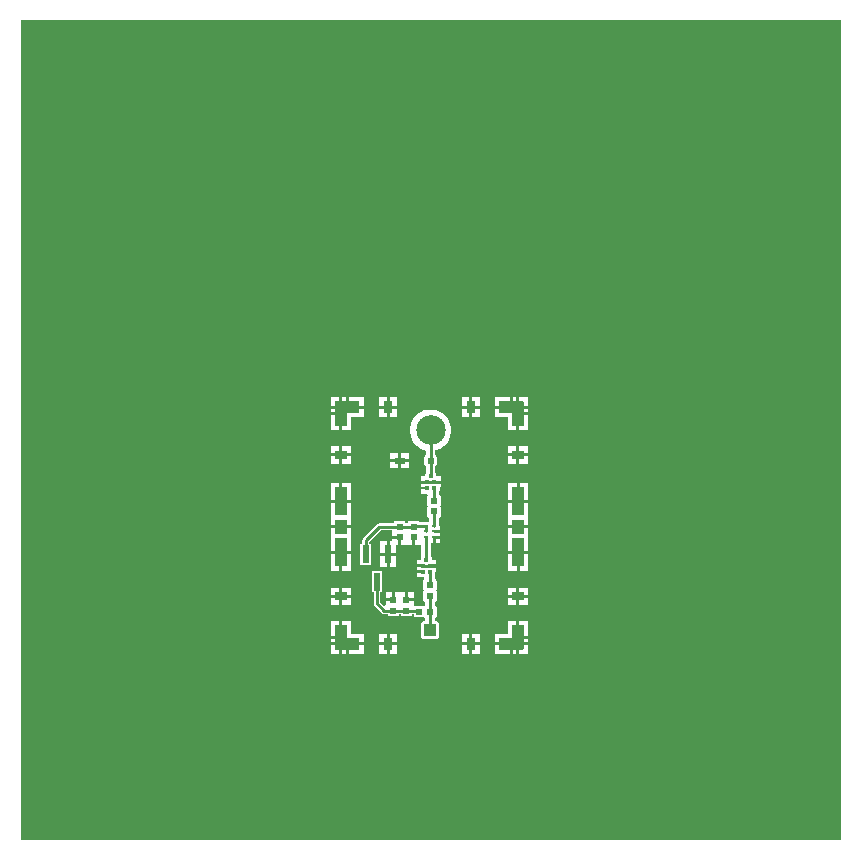
<source format=gtl>
G04*
G04 #@! TF.GenerationSoftware,Altium Limited,Altium Designer,22.4.2 (48)*
G04*
G04 Layer_Physical_Order=1*
G04 Layer_Color=255*
%FSLAX25Y25*%
%MOIN*%
G70*
G04*
G04 #@! TF.SameCoordinates,14A46E1B-CC8F-4B6B-AA4A-AD763438C559*
G04*
G04*
G04 #@! TF.FilePolarity,Positive*
G04*
G01*
G75*
%ADD10C,0.00984*%
%ADD15R,0.03150X0.03937*%
%ADD16R,0.03937X0.03150*%
%ADD17R,0.03937X0.08268*%
%ADD18R,0.08268X0.03937*%
%ADD19R,0.03937X0.03937*%
%ADD20R,0.02441X0.02441*%
%ADD21R,0.03937X0.09449*%
%ADD22R,0.03937X0.05118*%
%ADD23R,0.02362X0.05906*%
%ADD24R,0.03543X0.01968*%
%ADD25R,0.01968X0.01968*%
%ADD26R,0.01476X0.01181*%
%ADD27R,0.01280X0.01063*%
%ADD28R,0.02362X0.02441*%
%ADD29R,0.02441X0.02362*%
%ADD50C,0.09843*%
%ADD51C,0.01968*%
%ADD52C,0.03543*%
%ADD53C,0.23622*%
G36*
X136650Y-136650D02*
X-136717D01*
Y136717D01*
X136650D01*
Y-136650D01*
D02*
G37*
%LPC*%
G36*
X32447Y11057D02*
X29592D01*
Y8203D01*
X32447D01*
Y11057D01*
X32447D01*
Y11057D01*
D02*
G37*
G36*
X28608D02*
X27427D01*
Y8203D01*
X28608D01*
Y11057D01*
D02*
G37*
G36*
X16305Y11057D02*
X13845D01*
Y8203D01*
X16305D01*
Y11057D01*
D02*
G37*
G36*
X12860D02*
X10400D01*
Y8203D01*
X12860D01*
Y11057D01*
D02*
G37*
G36*
X26443Y11057D02*
X25754D01*
Y11057D01*
X21423D01*
Y8203D01*
X26443D01*
Y11057D01*
D02*
G37*
G36*
X-11254Y11057D02*
X-13715D01*
Y8203D01*
X-11254D01*
Y11057D01*
D02*
G37*
G36*
X-14699D02*
X-17159D01*
Y8203D01*
X-14699D01*
Y11057D01*
D02*
G37*
G36*
X-26608D02*
X-27297D01*
Y8203D01*
X-22278D01*
Y11057D01*
X-26608D01*
Y11057D01*
D02*
G37*
G36*
X-28282D02*
X-29463D01*
Y8203D01*
X-28282D01*
Y11057D01*
D02*
G37*
G36*
X-30447D02*
X-33301D01*
Y11057D01*
X-33301D01*
Y8203D01*
X-30447D01*
Y11057D01*
D02*
G37*
G36*
X32447Y7219D02*
X29592D01*
Y6037D01*
X32447D01*
Y7219D01*
D02*
G37*
G36*
X-30447Y7218D02*
X-33301D01*
Y6037D01*
X-30447D01*
Y7218D01*
D02*
G37*
G36*
X16305Y7219D02*
X13845D01*
Y4364D01*
X16305D01*
Y7219D01*
D02*
G37*
G36*
X12860D02*
X10400D01*
Y4364D01*
X12860D01*
Y7219D01*
D02*
G37*
G36*
X-11254Y7219D02*
X-13715D01*
Y4364D01*
X-11254D01*
Y7219D01*
D02*
G37*
G36*
X-14699D02*
X-17159D01*
Y4364D01*
X-14699D01*
Y7219D01*
D02*
G37*
G36*
X32447Y5053D02*
X29592D01*
Y33D01*
X32447D01*
Y4364D01*
X32447D01*
Y5053D01*
D02*
G37*
G36*
X28608Y7219D02*
X26935D01*
X21423D01*
Y4364D01*
X25754D01*
Y33D01*
X28608D01*
Y5545D01*
Y7219D01*
D02*
G37*
G36*
X-22278Y7218D02*
X-29463D01*
Y5545D01*
Y33D01*
X-26608D01*
Y4364D01*
X-22278D01*
Y7218D01*
D02*
G37*
G36*
X-30447Y5053D02*
X-33301D01*
Y4364D01*
X-33301D01*
Y33D01*
X-30447D01*
Y5053D01*
D02*
G37*
G36*
X32447Y-5085D02*
X29592D01*
Y-7545D01*
X32447D01*
Y-5085D01*
D02*
G37*
G36*
X28608D02*
X25754D01*
Y-7545D01*
X28608D01*
Y-5085D01*
D02*
G37*
G36*
X-26608Y-5085D02*
X-29463D01*
Y-7545D01*
X-26608D01*
Y-5085D01*
D02*
G37*
G36*
X-30447D02*
X-33301D01*
Y-7545D01*
X-30447D01*
Y-5085D01*
D02*
G37*
G36*
X-7120Y-7644D02*
X-9778D01*
Y-9514D01*
X-7120D01*
Y-7644D01*
D02*
G37*
G36*
X-10762D02*
X-13419D01*
Y-9514D01*
X-10762D01*
Y-7644D01*
D02*
G37*
G36*
X32447Y-8529D02*
X29592D01*
Y-10990D01*
X32447D01*
Y-8529D01*
D02*
G37*
G36*
X28608D02*
X25754D01*
Y-10990D01*
X28608D01*
Y-8529D01*
D02*
G37*
G36*
X-26608Y-8530D02*
X-29463D01*
Y-10990D01*
X-26608D01*
Y-8530D01*
D02*
G37*
G36*
X-30447D02*
X-33301D01*
Y-10990D01*
X-30447D01*
Y-8530D01*
D02*
G37*
G36*
X-7120Y-10498D02*
X-9778D01*
Y-12368D01*
X-7120D01*
Y-10498D01*
D02*
G37*
G36*
X-10762D02*
X-13419D01*
Y-12368D01*
X-10762D01*
Y-10498D01*
D02*
G37*
G36*
X32480Y-17520D02*
X29626D01*
Y-23130D01*
X32480D01*
Y-17520D01*
D02*
G37*
G36*
X-26575D02*
X-29429D01*
Y-23130D01*
X-26575D01*
Y-17520D01*
D02*
G37*
G36*
X-30413D02*
X-33268D01*
Y-23130D01*
X-30413D01*
Y-17520D01*
D02*
G37*
G36*
X28642D02*
X25787D01*
Y-23130D01*
X28642D01*
Y-17520D01*
D02*
G37*
G36*
X612Y6957D02*
X-746D01*
X-2077Y6692D01*
X-3330Y6173D01*
X-4459Y5418D01*
X-5418Y4459D01*
X-6173Y3330D01*
X-6692Y2077D01*
X-6957Y746D01*
Y-612D01*
X-6692Y-1943D01*
X-6173Y-3197D01*
X-5418Y-4325D01*
X-4459Y-5285D01*
X-3330Y-6039D01*
X-2077Y-6558D01*
X-1596Y-6654D01*
Y-8154D01*
X-1770Y-8270D01*
X-2000Y-8615D01*
X-2081Y-9022D01*
Y-10990D01*
X-2000Y-11397D01*
X-1770Y-11742D01*
X-1596Y-11858D01*
Y-14081D01*
X-1687Y-14217D01*
X-1768Y-14624D01*
Y-15215D01*
X-3213D01*
Y-16691D01*
X-1256D01*
X-1112Y-16788D01*
X-1096Y-16791D01*
Y-17675D01*
X-3213D01*
Y-18659D01*
X-1096D01*
Y-19644D01*
X-3213D01*
Y-21120D01*
X-1208D01*
X-959Y-21620D01*
X-1055Y-21764D01*
X-1136Y-22171D01*
Y-24533D01*
X-1055Y-24940D01*
X-906Y-25163D01*
X-1055Y-25386D01*
X-1136Y-25793D01*
Y-28155D01*
X-1055Y-28563D01*
X-825Y-28907D01*
X-480Y-29138D01*
X-448Y-29144D01*
Y-30537D01*
X-2744D01*
Y-30556D01*
X-3829D01*
Y-30238D01*
X-7451D01*
Y-30945D01*
X-8459D01*
Y-30242D01*
X-12081D01*
Y-30949D01*
X-17160D01*
X-17582Y-31033D01*
X-17940Y-31273D01*
X-22468Y-35800D01*
X-22707Y-36158D01*
X-22791Y-36581D01*
Y-37762D01*
X-23459D01*
Y-44848D01*
X-19915D01*
Y-37762D01*
X-20583D01*
Y-37038D01*
X-16702Y-33157D01*
X-12868D01*
Y-35104D01*
X-10270D01*
Y-35596D01*
X-9778D01*
Y-38195D01*
X-7671D01*
Y-38191D01*
X-6132D01*
Y-35592D01*
X-5148D01*
Y-38191D01*
X-3110D01*
Y-42046D01*
X-3132Y-42079D01*
X-3213Y-42486D01*
Y-43077D01*
X-4657D01*
Y-44553D01*
X-2701D01*
X-2557Y-44650D01*
X-2541Y-44653D01*
Y-45537D01*
X-4657D01*
Y-46522D01*
X-2541D01*
Y-47506D01*
X-4657D01*
Y-48982D01*
X-2225D01*
X-2073Y-49482D01*
X-2203Y-49569D01*
X-2433Y-49914D01*
X-2514Y-50321D01*
Y-52762D01*
X-2433Y-53169D01*
X-2337Y-53313D01*
X-2433Y-53457D01*
X-2514Y-53864D01*
Y-56305D01*
X-2433Y-56712D01*
X-2203Y-57057D01*
X-1858Y-57288D01*
X-1790Y-57301D01*
X-1776Y-58196D01*
X-1779Y-58197D01*
X-2124Y-58427D01*
X-2232Y-58589D01*
X-5557D01*
Y-56939D01*
X-8156D01*
Y-56447D01*
X-8648D01*
Y-53848D01*
X-10754D01*
Y-53864D01*
X-11943D01*
Y-56463D01*
X-12435D01*
Y-56955D01*
X-15033D01*
Y-58146D01*
X-15495Y-58337D01*
X-16843Y-56990D01*
Y-53904D01*
X-16175D01*
Y-46817D01*
X-19718D01*
Y-53904D01*
X-19051D01*
Y-57447D01*
X-18967Y-57869D01*
X-18727Y-58227D01*
X-16168Y-60786D01*
X-15810Y-61026D01*
X-15388Y-61110D01*
X-14246D01*
Y-61817D01*
X-10624D01*
Y-61110D01*
X-9967D01*
Y-61801D01*
X-6345D01*
Y-61110D01*
X-5585D01*
Y-62211D01*
X-2232D01*
X-2124Y-62372D01*
X-1787Y-62597D01*
Y-63470D01*
X-2199D01*
X-2606Y-63551D01*
X-2951Y-63781D01*
X-3181Y-64126D01*
X-3262Y-64534D01*
Y-68471D01*
X-3181Y-68877D01*
X-2951Y-69222D01*
X-2606Y-69453D01*
X-2199Y-69534D01*
X1738D01*
X2145Y-69453D01*
X2490Y-69222D01*
X2721Y-68877D01*
X2802Y-68471D01*
Y-64534D01*
X2721Y-64126D01*
X2490Y-63781D01*
X2145Y-63551D01*
X1738Y-63470D01*
X1405D01*
Y-62597D01*
X1742Y-62372D01*
X1973Y-62027D01*
X2054Y-61620D01*
Y-59179D01*
X1973Y-58772D01*
X1742Y-58427D01*
X1417Y-58210D01*
X1402Y-57284D01*
X1742Y-57057D01*
X1973Y-56712D01*
X2054Y-56305D01*
Y-53864D01*
X1973Y-53457D01*
X1876Y-53313D01*
X1973Y-53169D01*
X2054Y-52762D01*
Y-50321D01*
X1973Y-49914D01*
X1742Y-49569D01*
X1397Y-49338D01*
X1340Y-49327D01*
Y-48159D01*
X1439Y-48011D01*
X1520Y-47604D01*
Y-47014D01*
X1835D01*
Y-45537D01*
X1008D01*
X864Y-45441D01*
X457Y-45360D01*
X-282D01*
Y-44653D01*
X-266Y-44650D01*
X-122Y-44553D01*
X1835D01*
Y-43077D01*
X390D01*
Y-42486D01*
X309Y-42079D01*
X82Y-41740D01*
Y-37506D01*
X656D01*
Y-35596D01*
X1148D01*
Y-35104D01*
X3165D01*
Y-34120D01*
X1148D01*
Y-33255D01*
X1148D01*
X1154Y-33254D01*
X1787D01*
X2194Y-33173D01*
X2251Y-33136D01*
X3165D01*
Y-31719D01*
X2851D01*
Y-31128D01*
X2770Y-30721D01*
X2744Y-30682D01*
Y-29144D01*
X2775Y-29138D01*
X3120Y-28907D01*
X3351Y-28563D01*
X3432Y-28155D01*
Y-25793D01*
X3351Y-25386D01*
X3202Y-25163D01*
X3351Y-24940D01*
X3432Y-24533D01*
Y-22171D01*
X3351Y-21764D01*
X3120Y-21419D01*
X2775Y-21189D01*
X2752Y-21184D01*
Y-20347D01*
X2884Y-20149D01*
X2965Y-19742D01*
Y-19152D01*
X3280D01*
Y-17675D01*
X2453D01*
X2308Y-17579D01*
X1902Y-17498D01*
X1163D01*
Y-16791D01*
X1179Y-16788D01*
X1323Y-16691D01*
X3280D01*
Y-15215D01*
X1835D01*
Y-14624D01*
X1754Y-14217D01*
X1596Y-13981D01*
Y-11813D01*
X1703Y-11742D01*
X1933Y-11397D01*
X2014Y-10990D01*
Y-9022D01*
X1933Y-8615D01*
X1703Y-8270D01*
X1596Y-8198D01*
Y-6627D01*
X1943Y-6558D01*
X3197Y-6039D01*
X4325Y-5285D01*
X5285Y-4325D01*
X6039Y-3197D01*
X6558Y-1943D01*
X6823Y-612D01*
Y746D01*
X6558Y2077D01*
X6039Y3330D01*
X5285Y4459D01*
X4325Y5418D01*
X3197Y6173D01*
X1943Y6692D01*
X612Y6957D01*
D02*
G37*
G36*
X32480Y-24114D02*
X29134D01*
X25787D01*
Y-29724D01*
Y-31594D01*
X29134D01*
X32480D01*
Y-29724D01*
Y-24114D01*
D02*
G37*
G36*
X-26575D02*
X-29921D01*
X-33268D01*
Y-29724D01*
Y-31594D01*
X-29921D01*
X-26575D01*
Y-29724D01*
Y-24114D01*
D02*
G37*
G36*
X3165Y-36089D02*
X1640D01*
Y-37506D01*
X3165D01*
Y-36089D01*
D02*
G37*
G36*
X32480Y-32579D02*
X29134D01*
X25787D01*
Y-36024D01*
Y-40059D01*
X29134D01*
X32480D01*
Y-36024D01*
Y-32579D01*
D02*
G37*
G36*
X-26575D02*
X-29921D01*
X-33268D01*
Y-36024D01*
Y-40059D01*
X-29921D01*
X-26575D01*
Y-36024D01*
Y-32579D01*
D02*
G37*
G36*
X-10762Y-36089D02*
X-12868D01*
Y-36974D01*
X-13715D01*
Y-40813D01*
X-11648D01*
Y-38195D01*
X-10762D01*
Y-36089D01*
D02*
G37*
G36*
X-14699Y-36974D02*
X-16766D01*
Y-40813D01*
X-14699D01*
Y-36974D01*
D02*
G37*
G36*
X-11648Y-41797D02*
X-13715D01*
Y-45636D01*
X-11648D01*
Y-41797D01*
D02*
G37*
G36*
X-14699D02*
X-16766D01*
Y-45636D01*
X-14699D01*
Y-41797D01*
D02*
G37*
G36*
X32480Y-41043D02*
X29626D01*
Y-46654D01*
X32480D01*
Y-41043D01*
D02*
G37*
G36*
X28642D02*
X25787D01*
Y-46654D01*
X28642D01*
Y-41043D01*
D02*
G37*
G36*
X-26575D02*
X-29429D01*
Y-46654D01*
X-26575D01*
Y-41043D01*
D02*
G37*
G36*
X-30413D02*
X-33268D01*
Y-46654D01*
X-30413D01*
Y-41043D01*
D02*
G37*
G36*
X-26608Y-52329D02*
X-29463D01*
Y-54789D01*
X-26608D01*
Y-52329D01*
D02*
G37*
G36*
X-30447D02*
X-33301D01*
Y-54789D01*
X-30447D01*
Y-52329D01*
D02*
G37*
G36*
X32447Y-52329D02*
X29592D01*
Y-54790D01*
X32447D01*
Y-52329D01*
D02*
G37*
G36*
X28608D02*
X25754D01*
Y-54790D01*
X28608D01*
Y-52329D01*
D02*
G37*
G36*
X-5557Y-53848D02*
X-7663D01*
Y-55955D01*
X-5557D01*
Y-53848D01*
D02*
G37*
G36*
X-12927Y-53864D02*
X-15033D01*
Y-55971D01*
X-12927D01*
Y-53864D01*
D02*
G37*
G36*
X-26608Y-55774D02*
X-29463D01*
Y-58234D01*
X-26608D01*
Y-55774D01*
D02*
G37*
G36*
X-30447D02*
X-33301D01*
Y-58234D01*
X-30447D01*
Y-55774D01*
D02*
G37*
G36*
X32447Y-55774D02*
X29592D01*
Y-58234D01*
X32447D01*
Y-55774D01*
D02*
G37*
G36*
X28608D02*
X25754D01*
Y-58234D01*
X28608D01*
Y-55774D01*
D02*
G37*
G36*
X32447Y-63352D02*
X29592D01*
Y-68372D01*
X32447D01*
Y-67683D01*
X32447D01*
Y-63352D01*
D02*
G37*
G36*
X-30447Y-63352D02*
X-33301D01*
Y-67683D01*
X-33301D01*
Y-68372D01*
X-30447D01*
Y-63352D01*
D02*
G37*
G36*
X-11254Y-67683D02*
X-13714D01*
Y-70538D01*
X-11254D01*
Y-67683D01*
D02*
G37*
G36*
X-26608Y-63352D02*
X-29463D01*
Y-68864D01*
Y-70538D01*
X-22277D01*
Y-67683D01*
X-26608D01*
Y-63352D01*
D02*
G37*
G36*
X-30447Y-69356D02*
X-33301D01*
Y-70538D01*
X-30447D01*
Y-69356D01*
D02*
G37*
G36*
X-14699Y-67683D02*
X-17159D01*
Y-70538D01*
X-14699D01*
Y-67683D01*
D02*
G37*
G36*
X16305Y-67683D02*
X13845D01*
Y-70538D01*
X16305D01*
Y-67683D01*
D02*
G37*
G36*
X12860D02*
X10400D01*
Y-70538D01*
X12860D01*
Y-67683D01*
D02*
G37*
G36*
X32447Y-69356D02*
X29592D01*
Y-70538D01*
X32447D01*
Y-69356D01*
D02*
G37*
G36*
X28608Y-63352D02*
X25754D01*
Y-67683D01*
X21423D01*
Y-70538D01*
X26935D01*
X28608D01*
Y-68864D01*
Y-63352D01*
D02*
G37*
G36*
X-11254Y-71522D02*
X-13714D01*
Y-74376D01*
X-11254D01*
Y-71522D01*
D02*
G37*
G36*
X-14699D02*
X-17159D01*
Y-74376D01*
X-14699D01*
Y-71522D01*
D02*
G37*
G36*
X-22277D02*
X-27297D01*
Y-74376D01*
X-26608D01*
Y-74376D01*
X-22277D01*
Y-71522D01*
D02*
G37*
G36*
X-28282D02*
X-29463D01*
Y-74376D01*
X-28282D01*
Y-71522D01*
D02*
G37*
G36*
X-30447D02*
X-33301D01*
Y-74376D01*
X-33301D01*
Y-74376D01*
X-30447D01*
Y-71522D01*
D02*
G37*
G36*
X32447Y-71522D02*
X29592D01*
Y-74376D01*
X32447D01*
Y-74376D01*
X32447D01*
Y-71522D01*
D02*
G37*
G36*
X28608D02*
X27427D01*
Y-74376D01*
X28608D01*
Y-71522D01*
D02*
G37*
G36*
X26443D02*
X21423D01*
Y-74376D01*
X25754D01*
Y-74376D01*
X26443D01*
Y-71522D01*
D02*
G37*
G36*
X16305Y-71522D02*
X13845D01*
Y-74376D01*
X16305D01*
Y-71522D01*
D02*
G37*
G36*
X12860D02*
X10400D01*
Y-74376D01*
X12860D01*
Y-71522D01*
D02*
G37*
%LPD*%
D10*
X-5093Y-31659D02*
G03*
X-6033Y-32049I0J-1331D01*
G01*
X-256Y-51516D02*
X-230Y-51541D01*
X-256Y-51516D02*
Y-47039D01*
X-282Y-47014D02*
X-256Y-47039D01*
X-2452Y-45135D02*
X-371D01*
X-2541Y-45045D02*
X-2452Y-45135D01*
X-371D02*
X-282Y-45045D01*
X1156Y-23345D02*
Y-19160D01*
X1163Y-19152D01*
Y-17183D02*
X4303D01*
Y-16160D01*
X-282Y-45045D02*
X1826D01*
X2850Y-44022D02*
X2858D01*
X2865Y-46518D02*
Y-44030D01*
X1826Y-45045D02*
X2850Y-44022D01*
X2858D02*
X2865Y-44030D01*
X0Y-15181D02*
X33Y-15215D01*
X-21687Y-36581D02*
X-17160Y-32053D01*
X-33Y33D02*
X0Y0D01*
Y-15181D02*
Y0D01*
X-1096Y-17183D02*
X1163D01*
X-21687Y-41305D02*
Y-36581D01*
X-17947Y-57447D02*
X-15388Y-60006D01*
X-17947Y-57447D02*
Y-50360D01*
X-15388Y-60006D02*
X-12435D01*
X-3813D01*
X-230Y-66502D02*
X-191D01*
Y-60400D01*
X-230Y-55085D02*
X-150Y-60005D01*
X-150Y-60006D01*
X-5093Y-31659D02*
X-1514D01*
X1148D02*
Y-26974D01*
Y-23352D02*
X1156Y-23345D01*
X-1514Y-42978D02*
Y-35596D01*
Y-33628D02*
Y-31659D01*
Y-42978D02*
X-1415Y-43077D01*
X-1411D01*
X-17160Y-32053D02*
X-10270D01*
X-10266Y-32049D01*
X-6033D01*
D15*
X13352Y7711D02*
D03*
X-14207Y-71030D02*
D03*
X-14207Y7711D02*
D03*
X13352Y-71030D02*
D03*
D16*
X29100Y-8037D02*
D03*
X-29955Y-55282D02*
D03*
X-29955Y-8038D02*
D03*
X29100Y-55282D02*
D03*
D17*
Y5545D02*
D03*
X-29955Y-68864D02*
D03*
X-29955Y5545D02*
D03*
X29100Y-68864D02*
D03*
D18*
X26935Y7711D02*
D03*
X-27789Y-71030D02*
D03*
X-27789Y7711D02*
D03*
X26935Y-71030D02*
D03*
D19*
X-230Y-66502D02*
D03*
D20*
X-12435Y-56463D02*
D03*
Y-60006D02*
D03*
X-8156Y-56447D02*
D03*
Y-59990D02*
D03*
X-10270Y-35596D02*
D03*
Y-32053D02*
D03*
X-5640Y-35592D02*
D03*
Y-32049D02*
D03*
X-230Y-51541D02*
D03*
Y-55085D02*
D03*
D21*
X-29921Y-40551D02*
D03*
Y-23622D02*
D03*
X29134Y-40551D02*
D03*
Y-23622D02*
D03*
D22*
X-29921Y-32087D02*
D03*
X29134D02*
D03*
D23*
X-17947Y-50360D02*
D03*
X-21687Y-41305D02*
D03*
X-14207D02*
D03*
D24*
X-10270Y-10006D02*
D03*
D25*
X-33D02*
D03*
D26*
X-282Y-45045D02*
D03*
Y-47014D02*
D03*
X-2541D02*
D03*
Y-45045D02*
D03*
X-1411Y-43077D02*
D03*
X1163Y-17183D02*
D03*
Y-19152D02*
D03*
X-1096D02*
D03*
Y-17183D02*
D03*
X33Y-15215D02*
D03*
D27*
X-1514Y-35596D02*
D03*
Y-33628D02*
D03*
Y-31659D02*
D03*
X1148D02*
D03*
Y-33628D02*
D03*
Y-35596D02*
D03*
D28*
X-3813Y-60400D02*
D03*
X-191D02*
D03*
D29*
X1148Y-26974D02*
D03*
Y-23352D02*
D03*
D50*
X-33Y33D02*
D03*
D51*
X-14764Y-35236D02*
D03*
X-18504Y-41535D02*
D03*
X-14173Y-47441D02*
D03*
X-10236Y-41732D02*
D03*
X-7874Y-39370D02*
D03*
X-8268Y-52559D02*
D03*
X5118Y-38976D02*
D03*
X4789Y-23936D02*
D03*
X-2494D02*
D03*
X-5118Y-19685D02*
D03*
X-4921Y-16732D02*
D03*
X5118Y-16142D02*
D03*
X-1772Y-29331D02*
D03*
X4760Y-32987D02*
D03*
X5118Y-35827D02*
D03*
X4331Y-47441D02*
D03*
X4724Y-52165D02*
D03*
X3122Y-44884D02*
D03*
X-6102Y-44094D02*
D03*
X-5906Y-47047D02*
D03*
X-1928Y7824D02*
D03*
X-4903Y6380D02*
D03*
X-7176Y3693D02*
D03*
X-8049Y435D02*
D03*
X-7672Y-2429D02*
D03*
X-6380Y-4836D02*
D03*
X-4389Y-6707D02*
D03*
X-2999Y-8490D02*
D03*
X-3054Y-11246D02*
D03*
X-2663Y-13973D02*
D03*
X2763Y-14141D02*
D03*
X2958Y-11392D02*
D03*
X2961Y-8636D02*
D03*
X4322Y-6707D02*
D03*
X6707Y-4322D02*
D03*
X7897Y-1011D02*
D03*
X7757Y1928D02*
D03*
X6707Y4389D02*
D03*
X4836Y6380D02*
D03*
X1981Y7792D02*
D03*
X-4528Y-22441D02*
D03*
X4381Y-21797D02*
D03*
X3989Y-19069D02*
D03*
X-4331Y-39764D02*
D03*
X2300Y-41690D02*
D03*
X2097Y-39065D02*
D03*
X-3538Y-54492D02*
D03*
X-3290Y-57237D02*
D03*
X-4286Y-65256D02*
D03*
Y-68012D02*
D03*
X-2931Y-70412D02*
D03*
X-179Y-70558D02*
D03*
X2571Y-70376D02*
D03*
X3825Y-67923D02*
D03*
Y-65167D02*
D03*
X2788Y-62614D02*
D03*
X3077Y-59873D02*
D03*
X2906Y-57122D02*
D03*
X3077Y-54372D02*
D03*
X-3937Y-50787D02*
D03*
X2946Y-49657D02*
D03*
X-2160Y-26202D02*
D03*
X4234Y-29048D02*
D03*
X4456Y-26301D02*
D03*
X-22084Y-4640D02*
D03*
X9412Y-12514D02*
D03*
Y-4640D02*
D03*
X-29958Y-59758D02*
D03*
X-22084Y-51884D02*
D03*
X9412Y-20388D02*
D03*
X-22084D02*
D03*
X-14210Y-4640D02*
D03*
Y3235D02*
D03*
X9412Y-36136D02*
D03*
Y-28262D02*
D03*
X17286Y-59758D02*
D03*
X25160Y-12514D02*
D03*
X-6336Y-28262D02*
D03*
X17286Y-51884D02*
D03*
Y-20388D02*
D03*
Y-36136D02*
D03*
X-14210Y-20388D02*
D03*
X9412Y-44010D02*
D03*
X17286Y-12514D02*
D03*
X-29958D02*
D03*
X9412Y-51884D02*
D03*
X-14210Y-28262D02*
D03*
X17286Y-4640D02*
D03*
X-22084Y3235D02*
D03*
Y-59758D02*
D03*
Y-28262D02*
D03*
X-14210Y-51884D02*
D03*
X17286Y-28262D02*
D03*
Y3235D02*
D03*
X25160Y-59758D02*
D03*
X-22084Y-12514D02*
D03*
X9412Y-59758D02*
D03*
X17286Y-44010D02*
D03*
D52*
X40907Y81974D02*
D03*
X-85077D02*
D03*
X25159Y50478D02*
D03*
X56656Y81974D02*
D03*
X-100825Y-91254D02*
D03*
X25159Y-107002D02*
D03*
X9411Y97722D02*
D03*
X-53581Y-107002D02*
D03*
X88152Y34730D02*
D03*
X-132321Y18982D02*
D03*
X-100825Y66226D02*
D03*
X25159Y81974D02*
D03*
X-85077Y34730D02*
D03*
X-6337Y-91254D02*
D03*
X40907Y-107002D02*
D03*
X-22085D02*
D03*
X40907Y113470D02*
D03*
X88152Y-12514D02*
D03*
X-85077Y97722D02*
D03*
X103900Y3234D02*
D03*
X56656Y50478D02*
D03*
X-53581Y-75506D02*
D03*
X88152Y-44010D02*
D03*
Y-91254D02*
D03*
X-53581Y18982D02*
D03*
X-116573Y-44010D02*
D03*
X-132321Y3234D02*
D03*
Y-59758D02*
D03*
X-53581Y-28262D02*
D03*
X-37833D02*
D03*
X-69329Y113470D02*
D03*
X40907Y50478D02*
D03*
X56656Y-91254D02*
D03*
X-132321Y-28262D02*
D03*
X119648Y-91254D02*
D03*
X-37833Y66226D02*
D03*
X-132321D02*
D03*
X-85077Y-91254D02*
D03*
X-116573Y97722D02*
D03*
X56656Y-44010D02*
D03*
X-100825Y50478D02*
D03*
X-37833Y3234D02*
D03*
X-100825Y81974D02*
D03*
X72404Y-59758D02*
D03*
X103900Y97722D02*
D03*
X88152Y18982D02*
D03*
X119648Y-28262D02*
D03*
X-132321Y-122750D02*
D03*
X88152Y3234D02*
D03*
X103900Y-44010D02*
D03*
X119648Y-75506D02*
D03*
X56656Y-59758D02*
D03*
X103900Y-28262D02*
D03*
X-37833Y-44010D02*
D03*
X-53581Y50478D02*
D03*
X-116573Y81974D02*
D03*
X103900Y50478D02*
D03*
X-22085Y66226D02*
D03*
X-6337Y18982D02*
D03*
X88152Y-122750D02*
D03*
X-100825Y-12514D02*
D03*
X88152Y-28262D02*
D03*
X40907Y97722D02*
D03*
X-100825Y-75506D02*
D03*
X119648Y-12514D02*
D03*
X25159Y97722D02*
D03*
X-22085Y18982D02*
D03*
X119648Y-59758D02*
D03*
X-22085Y81974D02*
D03*
X40907Y-59758D02*
D03*
X-53581Y34730D02*
D03*
X103900Y-12514D02*
D03*
X56656Y34730D02*
D03*
X119648Y18982D02*
D03*
X-85077Y113470D02*
D03*
Y-12514D02*
D03*
X25159Y-122750D02*
D03*
X56656Y-28262D02*
D03*
X-116573Y-75506D02*
D03*
X-132321Y81974D02*
D03*
X56656Y-12514D02*
D03*
X-53581Y66226D02*
D03*
X40907Y-28262D02*
D03*
X72404Y66226D02*
D03*
X9411Y-122750D02*
D03*
X88152Y-75506D02*
D03*
X-85077Y-122750D02*
D03*
X40907Y18982D02*
D03*
X25159Y-91254D02*
D03*
X103900Y113470D02*
D03*
X-132321Y50478D02*
D03*
X-85077Y-59758D02*
D03*
X9411Y18982D02*
D03*
X-53581Y-12514D02*
D03*
X-69329Y18982D02*
D03*
X-22085Y97722D02*
D03*
X25159Y66226D02*
D03*
X-37833Y34730D02*
D03*
X40907Y66226D02*
D03*
X56656D02*
D03*
X-6337D02*
D03*
X-69329D02*
D03*
X-132321Y-75506D02*
D03*
X-6337Y-107002D02*
D03*
X-85077Y-28262D02*
D03*
X9411Y-107002D02*
D03*
X56656Y113470D02*
D03*
X88152Y66226D02*
D03*
X-37833Y81974D02*
D03*
X40907Y-12514D02*
D03*
X-100825Y-107002D02*
D03*
X-6337Y113470D02*
D03*
X72404Y-44010D02*
D03*
X9411Y113470D02*
D03*
X103900Y-59758D02*
D03*
X-69329Y81974D02*
D03*
X-116573Y50478D02*
D03*
X-69329Y-44010D02*
D03*
Y34730D02*
D03*
X-53581Y-122750D02*
D03*
X-132321Y97722D02*
D03*
X-22085Y-91254D02*
D03*
X-53581D02*
D03*
X-6337Y97722D02*
D03*
X56656Y-75506D02*
D03*
X-85077D02*
D03*
X-100825Y113470D02*
D03*
X119648Y34730D02*
D03*
X103900Y18982D02*
D03*
X-69329Y-107002D02*
D03*
X103900Y-75506D02*
D03*
X-100825Y-28262D02*
D03*
X88152Y-107002D02*
D03*
Y81974D02*
D03*
X103900Y-122750D02*
D03*
X-116573Y-28262D02*
D03*
X-132321Y-107002D02*
D03*
X-22085Y113470D02*
D03*
X-100825Y-122750D02*
D03*
X72404Y-91254D02*
D03*
Y3234D02*
D03*
X-132321Y113470D02*
D03*
X-6337Y34730D02*
D03*
X-53581Y-44010D02*
D03*
Y3234D02*
D03*
X119648Y66226D02*
D03*
X-69329Y-59758D02*
D03*
X9411Y-91254D02*
D03*
X-100825Y3234D02*
D03*
X88152Y113470D02*
D03*
X-6337Y-122750D02*
D03*
X40907Y-91254D02*
D03*
X9411Y34730D02*
D03*
X-69329Y-28262D02*
D03*
X72404Y-107002D02*
D03*
X-100825Y-59758D02*
D03*
X40907Y-44010D02*
D03*
X-22085Y34730D02*
D03*
X-37833Y-59758D02*
D03*
X103900Y66226D02*
D03*
X72404Y-12514D02*
D03*
X119648Y81974D02*
D03*
X-116573Y-12514D02*
D03*
X-85077Y66226D02*
D03*
X-100825Y97722D02*
D03*
X-53581Y-59758D02*
D03*
X40907Y3234D02*
D03*
X-69329Y50478D02*
D03*
X40907Y-122750D02*
D03*
X56656Y3234D02*
D03*
X-37833Y-75506D02*
D03*
X72404Y-122750D02*
D03*
Y-75506D02*
D03*
Y34730D02*
D03*
X-37833Y-122750D02*
D03*
X-53581Y113470D02*
D03*
X25159Y18982D02*
D03*
X9411Y50478D02*
D03*
X72404Y97722D02*
D03*
X56656D02*
D03*
X-85077Y18982D02*
D03*
X-100825Y34730D02*
D03*
X-85077Y3234D02*
D03*
X-53581Y81974D02*
D03*
X40907Y34730D02*
D03*
X119648Y97722D02*
D03*
X25159Y34730D02*
D03*
X-22085Y50478D02*
D03*
X103900Y-107002D02*
D03*
Y81974D02*
D03*
X9411Y66226D02*
D03*
X40907Y-75506D02*
D03*
X-53581Y97722D02*
D03*
X56656Y-107002D02*
D03*
X-132321Y-91254D02*
D03*
X-116573Y-59758D02*
D03*
Y66226D02*
D03*
X88152Y97722D02*
D03*
X-6337Y81974D02*
D03*
X-116573Y18982D02*
D03*
X-69329Y97722D02*
D03*
X119648Y-44010D02*
D03*
X56656Y-122750D02*
D03*
X-69329Y-75506D02*
D03*
X-37833Y-91254D02*
D03*
X72404Y-28262D02*
D03*
Y18982D02*
D03*
X-22085Y-122750D02*
D03*
X88152Y-59758D02*
D03*
X25159Y113470D02*
D03*
X-116573Y3234D02*
D03*
X-132321Y-44010D02*
D03*
X-116573Y-91254D02*
D03*
X-6337Y50478D02*
D03*
X-37833Y-107002D02*
D03*
Y50478D02*
D03*
X-116573Y34730D02*
D03*
X-132321Y-12514D02*
D03*
X-6337Y-75506D02*
D03*
X-85077Y-107002D02*
D03*
X-37833Y97722D02*
D03*
X103900Y34730D02*
D03*
Y-91254D02*
D03*
X-85077Y50478D02*
D03*
X72404Y113470D02*
D03*
X-37833Y18982D02*
D03*
X9411Y81974D02*
D03*
X119648Y3234D02*
D03*
X-85077Y-44010D02*
D03*
X-37833Y-12514D02*
D03*
X-69329Y-91254D02*
D03*
Y3234D02*
D03*
X119648Y50478D02*
D03*
X-69329Y-12514D02*
D03*
X88152Y50478D02*
D03*
X-100825Y-44010D02*
D03*
X72404Y50478D02*
D03*
X-132321Y34730D02*
D03*
X-100825Y18982D02*
D03*
X-69329Y-122750D02*
D03*
X56656Y18982D02*
D03*
X-37833Y113470D02*
D03*
X72404Y81974D02*
D03*
D53*
X-118144Y-118077D02*
D03*
X118077D02*
D03*
Y118144D02*
D03*
X-118144D02*
D03*
M02*

</source>
